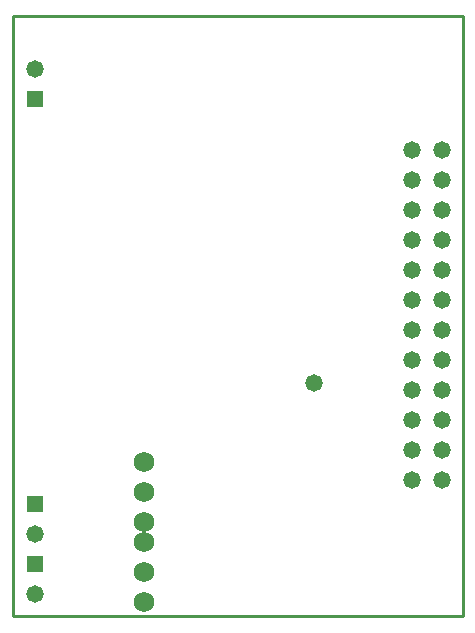
<source format=gbs>
%FSLAX25Y25*%
%MOIN*%
G70*
G01*
G75*
G04 Layer_Color=16711935*
%ADD10R,0.03000X0.03370*%
%ADD11R,0.03000X0.03000*%
%ADD12R,0.01181X0.02559*%
%ADD13R,0.07000X0.13500*%
%ADD14R,0.06890X0.05709*%
%ADD15R,0.02953X0.01181*%
%ADD16R,0.02362X0.01181*%
%ADD17R,0.01575X0.02362*%
%ADD18C,0.00886*%
G04:AMPARAMS|DCode=19|XSize=10.83mil|YSize=57.36mil|CornerRadius=2.71mil|HoleSize=0mil|Usage=FLASHONLY|Rotation=180.000|XOffset=0mil|YOffset=0mil|HoleType=Round|Shape=RoundedRectangle|*
%AMROUNDEDRECTD19*
21,1,0.01083,0.05195,0,0,180.0*
21,1,0.00541,0.05736,0,0,180.0*
1,1,0.00541,-0.00271,0.02597*
1,1,0.00541,0.00271,0.02597*
1,1,0.00541,0.00271,-0.02597*
1,1,0.00541,-0.00271,-0.02597*
%
%ADD19ROUNDEDRECTD19*%
G04:AMPARAMS|DCode=20|XSize=10.83mil|YSize=25.79mil|CornerRadius=2.71mil|HoleSize=0mil|Usage=FLASHONLY|Rotation=180.000|XOffset=0mil|YOffset=0mil|HoleType=Round|Shape=RoundedRectangle|*
%AMROUNDEDRECTD20*
21,1,0.01083,0.02037,0,0,180.0*
21,1,0.00541,0.02579,0,0,180.0*
1,1,0.00541,-0.00271,0.01019*
1,1,0.00541,0.00271,0.01019*
1,1,0.00541,0.00271,-0.01019*
1,1,0.00541,-0.00271,-0.01019*
%
%ADD20ROUNDEDRECTD20*%
%ADD21R,0.02362X0.01575*%
%ADD22R,0.05000X0.03000*%
%ADD23R,0.03150X0.03150*%
%ADD24R,0.03937X0.07874*%
%ADD25C,0.02000*%
%ADD26C,0.01500*%
%ADD27C,0.01969*%
%ADD28C,0.01800*%
%ADD29C,0.01200*%
%ADD30C,0.00800*%
%ADD31C,0.01000*%
%ADD32C,0.00984*%
%ADD33C,0.00600*%
%ADD34C,0.01083*%
%ADD35R,0.08268X0.05118*%
%ADD36R,0.09055X0.03937*%
%ADD37R,0.07087X0.03937*%
%ADD38R,0.07087X0.04331*%
%ADD39R,0.02756X0.07087*%
%ADD40R,0.01969X0.07972*%
%ADD41C,0.00984*%
%ADD42C,0.06000*%
%ADD43C,0.05000*%
%ADD44R,0.05000X0.05000*%
%ADD45C,0.02500*%
%ADD46C,0.02000*%
%ADD47C,0.01000*%
%ADD48R,0.00295X0.00098*%
%ADD49C,0.04000*%
%ADD50C,0.00500*%
%ADD51C,0.00787*%
%ADD52C,0.00787*%
%ADD53C,0.00394*%
%ADD54C,0.00400*%
%ADD55C,0.00591*%
%ADD56C,0.00700*%
%ADD57R,0.04000X0.02100*%
%ADD58R,0.04100X0.16500*%
%ADD59R,0.10100X0.03500*%
%ADD60R,0.04200X0.16500*%
%ADD61R,0.05000X0.04000*%
%ADD62R,0.10000X0.03500*%
%ADD63R,0.03500X0.13500*%
%ADD64R,0.03000X0.16500*%
%ADD65R,0.02000X0.16500*%
%ADD66R,0.01000X0.16500*%
%ADD67R,0.03100X0.04000*%
%ADD68R,0.04000X0.04000*%
%ADD69R,0.04000X0.02200*%
%ADD70R,0.16200X0.16900*%
%ADD71R,0.05500X0.08500*%
%ADD72R,0.03000X0.03900*%
%ADD73R,0.02000X0.01100*%
%ADD74R,0.01500X0.01100*%
%ADD75R,0.01400X0.01600*%
%ADD76R,0.01600X0.01600*%
%ADD77R,0.01200X0.01300*%
%ADD78R,0.01400X0.01400*%
%ADD79R,0.01700X0.01300*%
%ADD80R,0.02500X0.02700*%
%ADD81R,0.01800X0.02000*%
%ADD82R,0.01200X0.01000*%
%ADD83R,0.00800X0.01000*%
%ADD84R,0.01900X0.01700*%
%ADD85R,0.02000X0.01600*%
%ADD86R,0.01300X0.01100*%
%ADD87R,0.01100X0.00900*%
%ADD88R,0.02100X0.01100*%
%ADD89R,0.03000X0.02700*%
%ADD90R,0.01700X0.01600*%
%ADD91R,0.01500X0.01300*%
%ADD92R,0.01600X0.01500*%
%ADD93R,0.00800X0.00800*%
%ADD94R,0.01200X0.01200*%
%ADD95R,0.01100X0.01000*%
%ADD96R,0.01600X0.01300*%
%ADD97R,0.01500X0.01400*%
%ADD98R,0.03900X0.04700*%
%ADD99R,0.02500X0.01000*%
%ADD100R,0.22409X0.12000*%
%ADD101R,0.16300X0.12000*%
%ADD102R,0.01693X0.01516*%
%ADD103R,0.06090X0.04909*%
G04:AMPARAMS|DCode=104|XSize=7.09mil|YSize=53.62mil|CornerRadius=1.77mil|HoleSize=0mil|Usage=FLASHONLY|Rotation=180.000|XOffset=0mil|YOffset=0mil|HoleType=Round|Shape=RoundedRectangle|*
%AMROUNDEDRECTD104*
21,1,0.00709,0.05008,0,0,180.0*
21,1,0.00354,0.05362,0,0,180.0*
1,1,0.00354,-0.00177,0.02504*
1,1,0.00354,0.00177,0.02504*
1,1,0.00354,0.00177,-0.02504*
1,1,0.00354,-0.00177,-0.02504*
%
%ADD104ROUNDEDRECTD104*%
G04:AMPARAMS|DCode=105|XSize=7.09mil|YSize=22.05mil|CornerRadius=1.77mil|HoleSize=0mil|Usage=FLASHONLY|Rotation=180.000|XOffset=0mil|YOffset=0mil|HoleType=Round|Shape=RoundedRectangle|*
%AMROUNDEDRECTD105*
21,1,0.00709,0.01850,0,0,180.0*
21,1,0.00354,0.02205,0,0,180.0*
1,1,0.00354,-0.00177,0.00925*
1,1,0.00354,0.00177,0.00925*
1,1,0.00354,0.00177,-0.00925*
1,1,0.00354,-0.00177,-0.00925*
%
%ADD105ROUNDEDRECTD105*%
%ADD106O,0.00709X0.02205*%
%ADD107O,0.00709X0.05362*%
%ADD108R,0.03800X0.04170*%
%ADD109R,0.03800X0.03800*%
%ADD110R,0.01981X0.03359*%
%ADD111R,0.07800X0.14300*%
%ADD112R,0.03353X0.01581*%
%ADD113R,0.02762X0.01581*%
%ADD114R,0.02375X0.03162*%
%ADD115R,0.03162X0.02375*%
%ADD116R,0.05800X0.03800*%
%ADD117C,0.06800*%
%ADD118C,0.05800*%
%ADD119R,0.05800X0.05800*%
D32*
X0Y0D02*
X150000D01*
X0Y200000D02*
X150000D01*
D41*
Y0D02*
Y200000D01*
X0Y0D02*
Y200000D01*
D117*
X43795Y4724D02*
D03*
Y14724D02*
D03*
Y24724D02*
D03*
Y31496D02*
D03*
Y41496D02*
D03*
Y51496D02*
D03*
D118*
X133000Y155500D02*
D03*
Y145500D02*
D03*
Y135500D02*
D03*
Y125500D02*
D03*
X143000Y155500D02*
D03*
Y145500D02*
D03*
Y135500D02*
D03*
Y125500D02*
D03*
X133000Y75500D02*
D03*
Y65500D02*
D03*
Y55500D02*
D03*
Y45500D02*
D03*
X143000Y115500D02*
D03*
Y105500D02*
D03*
Y95500D02*
D03*
Y85500D02*
D03*
X7500Y182500D02*
D03*
X143000Y75500D02*
D03*
Y65500D02*
D03*
Y55500D02*
D03*
Y45500D02*
D03*
X7500Y7500D02*
D03*
Y27500D02*
D03*
X133000Y115500D02*
D03*
Y105500D02*
D03*
Y95500D02*
D03*
Y85500D02*
D03*
X100394Y77953D02*
D03*
D119*
X7500Y172500D02*
D03*
Y17500D02*
D03*
Y37500D02*
D03*
M02*

</source>
